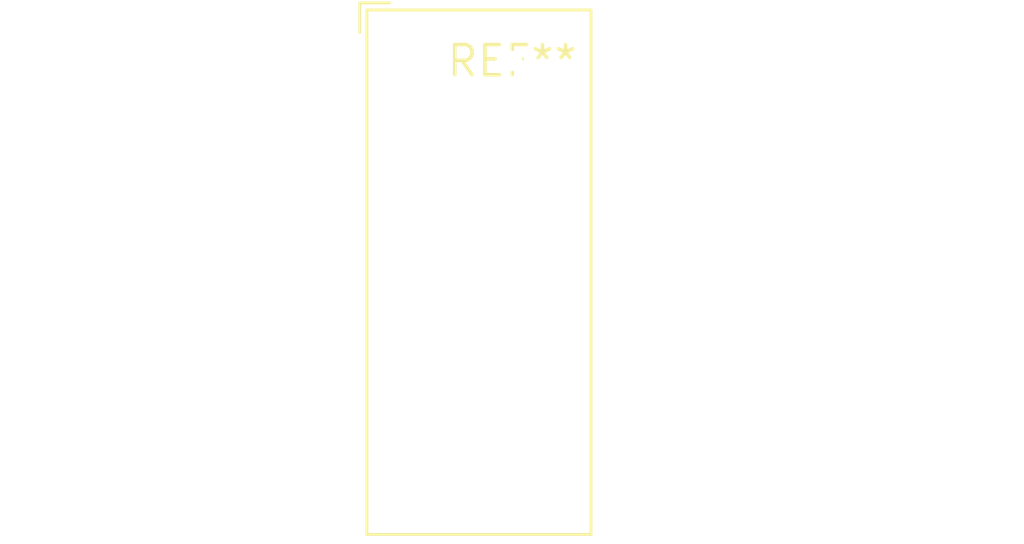
<source format=kicad_pcb>
(kicad_pcb (version 20240108) (generator pcbnew)
  (layers (0 "F.Cu" signal) (31 "B.Cu" signal) (34 "B.Paste" user) (35 "F.Paste" user) (36 "B.SilkS" user "B.Silkscreen") (37 "F.SilkS" user "F.Silkscreen") (38 "B.Mask" user) (39 "F.Mask" user) (44 "Edge.Cuts" user))
  (net 0 "")
  (footprint "Converter_DCDC_XP_POWER-ITQxxxxS-H_THT" (layer "F.Cu") (at 0 0)
    (property "Reference" "REF**")
    (property "Value" "Converter_DCDC_XP_POWER-ITQxxxxS-H_THT")
    (fp_line (start -6.41 -2.445) (end -6.41 -1.195) (layer "F.SilkS") (stroke (width 0.12)))
    (fp_line (start -6.11 -2.145) (end -6.11 19.925) (layer "F.SilkS") (stroke (width 0.12)))
    (fp_line (start -6.11 19.925) (end 3.31 19.925) (layer "F.SilkS") (stroke (width 0.12)))
    (fp_line (start -5.16 -2.445) (end -6.41 -2.445) (layer "F.SilkS") (stroke (width 0.12)))
    (fp_line (start 3.31 -2.145) (end -6.11 -2.145) (layer "F.SilkS") (stroke (width 0.12)))
    (fp_line (start 3.31 19.925) (end 3.31 -2.145) (layer "F.SilkS") (stroke (width 0.12)))
    (pad "1" thru_hole rect (at 0 0) (size 1.85 1.85) (drill 0.85) (layers *.Cu *.Mask) (remove_unused_layers))
    (pad "2" thru_hole circle (at 0 2.54) (size 1.85 1.85) (drill 0.85) (layers *.Cu *.Mask) (remove_unused_layers))
    (pad "3" thru_hole circle (at 0 5.08) (size 1.85 1.85) (drill 0.85) (layers *.Cu *.Mask) (remove_unused_layers))
    (pad "6" thru_hole circle (at 0 12.7) (size 1.85 1.85) (drill 0.85) (layers *.Cu *.Mask) (remove_unused_layers))
    (pad "7" thru_hole circle (at 0 15.24) (size 1.85 1.85) (drill 0.85) (layers *.Cu *.Mask) (remove_unused_layers))
    (pad "8" thru_hole circle (at 0 17.78) (size 1.85 1.85) (drill 0.85) (layers *.Cu *.Mask) (remove_unused_layers))
  )
)
</source>
